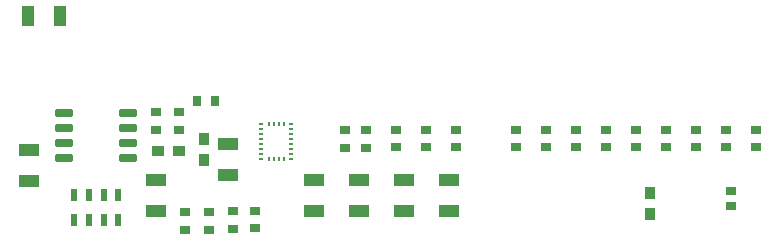
<source format=gtp>
G04*
G04 #@! TF.GenerationSoftware,Altium Limited,Altium Designer,21.2.0 (30)*
G04*
G04 Layer_Color=8421504*
%FSLAX23Y23*%
%MOIN*%
G70*
G04*
G04 #@! TF.SameCoordinates,F0910630-DBBB-4278-8751-63CB2971D6BE*
G04*
G04*
G04 #@! TF.FilePolarity,Positive*
G04*
G01*
G75*
%ADD17R,0.067X0.043*%
%ADD18R,0.035X0.039*%
%ADD19R,0.032X0.028*%
G04:AMPARAMS|DCode=20|XSize=24mil|YSize=57mil|CornerRadius=2mil|HoleSize=0mil|Usage=FLASHONLY|Rotation=270.000|XOffset=0mil|YOffset=0mil|HoleType=Round|Shape=RoundedRectangle|*
%AMROUNDEDRECTD20*
21,1,0.024,0.053,0,0,270.0*
21,1,0.020,0.057,0,0,270.0*
1,1,0.004,-0.027,-0.010*
1,1,0.004,-0.027,0.010*
1,1,0.004,0.027,0.010*
1,1,0.004,0.027,-0.010*
%
%ADD20ROUNDEDRECTD20*%
%ADD21R,0.035X0.028*%
%ADD22R,0.028X0.035*%
%ADD23R,0.014X0.009*%
%ADD24R,0.009X0.014*%
%ADD25R,0.039X0.035*%
%ADD26R,0.043X0.067*%
%ADD27R,0.024X0.043*%
D17*
X1375Y453D02*
D03*
Y347D02*
D03*
X1525Y453D02*
D03*
Y347D02*
D03*
X1225D02*
D03*
Y453D02*
D03*
X1675Y347D02*
D03*
Y453D02*
D03*
X700Y347D02*
D03*
Y453D02*
D03*
X275Y553D02*
D03*
Y447D02*
D03*
X940Y467D02*
D03*
Y573D02*
D03*
D18*
X2345Y340D02*
D03*
Y410D02*
D03*
X860Y520D02*
D03*
Y590D02*
D03*
D19*
X2615Y414D02*
D03*
Y365D02*
D03*
D20*
X393Y675D02*
D03*
Y625D02*
D03*
Y575D02*
D03*
Y525D02*
D03*
X607Y675D02*
D03*
Y625D02*
D03*
Y575D02*
D03*
Y525D02*
D03*
D21*
X1030Y291D02*
D03*
Y350D02*
D03*
X955Y290D02*
D03*
Y349D02*
D03*
X795Y285D02*
D03*
Y345D02*
D03*
X875Y285D02*
D03*
Y345D02*
D03*
X775Y620D02*
D03*
Y680D02*
D03*
X700Y620D02*
D03*
Y679D02*
D03*
X1400Y620D02*
D03*
Y560D02*
D03*
X1330Y619D02*
D03*
Y560D02*
D03*
X1500Y561D02*
D03*
Y620D02*
D03*
X1700Y561D02*
D03*
Y620D02*
D03*
X1600Y561D02*
D03*
Y620D02*
D03*
X2700Y561D02*
D03*
Y620D02*
D03*
X1900Y561D02*
D03*
Y620D02*
D03*
X2000Y561D02*
D03*
Y620D02*
D03*
X2100Y561D02*
D03*
Y620D02*
D03*
X2200Y561D02*
D03*
Y620D02*
D03*
X2300Y561D02*
D03*
Y620D02*
D03*
X2400Y561D02*
D03*
Y620D02*
D03*
X2500Y561D02*
D03*
Y620D02*
D03*
X2600Y561D02*
D03*
Y620D02*
D03*
D22*
X895Y715D02*
D03*
X835D02*
D03*
D23*
X1051Y639D02*
D03*
Y622D02*
D03*
Y605D02*
D03*
Y588D02*
D03*
Y572D02*
D03*
Y555D02*
D03*
Y538D02*
D03*
Y521D02*
D03*
X1149D02*
D03*
Y538D02*
D03*
Y555D02*
D03*
Y572D02*
D03*
Y588D02*
D03*
Y605D02*
D03*
Y622D02*
D03*
Y639D02*
D03*
D24*
X1075D02*
D03*
X1092D02*
D03*
X1108D02*
D03*
X1075Y521D02*
D03*
X1092D02*
D03*
X1108D02*
D03*
X1125D02*
D03*
Y639D02*
D03*
D25*
X776Y550D02*
D03*
X705D02*
D03*
D26*
X378Y1000D02*
D03*
X272D02*
D03*
D27*
X574Y403D02*
D03*
X525D02*
D03*
X475D02*
D03*
X426D02*
D03*
Y317D02*
D03*
X475D02*
D03*
X525D02*
D03*
X574D02*
D03*
M02*

</source>
